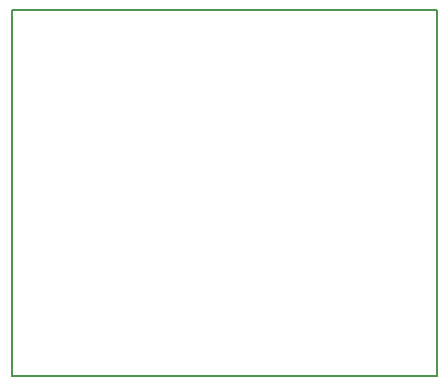
<source format=gm1>
G04 #@! TF.FileFunction,Profile,NP*
%FSLAX46Y46*%
G04 Gerber Fmt 4.6, Leading zero omitted, Abs format (unit mm)*
G04 Created by KiCad (PCBNEW 4.0.2-stable) date 04/06/2016 20:31:28*
%MOMM*%
G01*
G04 APERTURE LIST*
%ADD10C,0.100000*%
%ADD11C,0.150000*%
G04 APERTURE END LIST*
D10*
D11*
X130501100Y-120503600D02*
X166501100Y-120503600D01*
X166501100Y-120503600D02*
X166501100Y-89503600D01*
X166501100Y-89503600D02*
X130501100Y-89503600D01*
X130501100Y-89503600D02*
X130501100Y-120503600D01*
M02*

</source>
